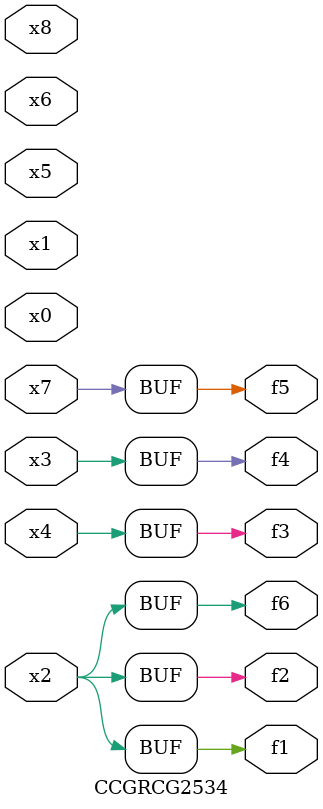
<source format=v>
module CCGRCG2534(
	input x0, x1, x2, x3, x4, x5, x6, x7, x8,
	output f1, f2, f3, f4, f5, f6
);
	assign f1 = x2;
	assign f2 = x2;
	assign f3 = x4;
	assign f4 = x3;
	assign f5 = x7;
	assign f6 = x2;
endmodule

</source>
